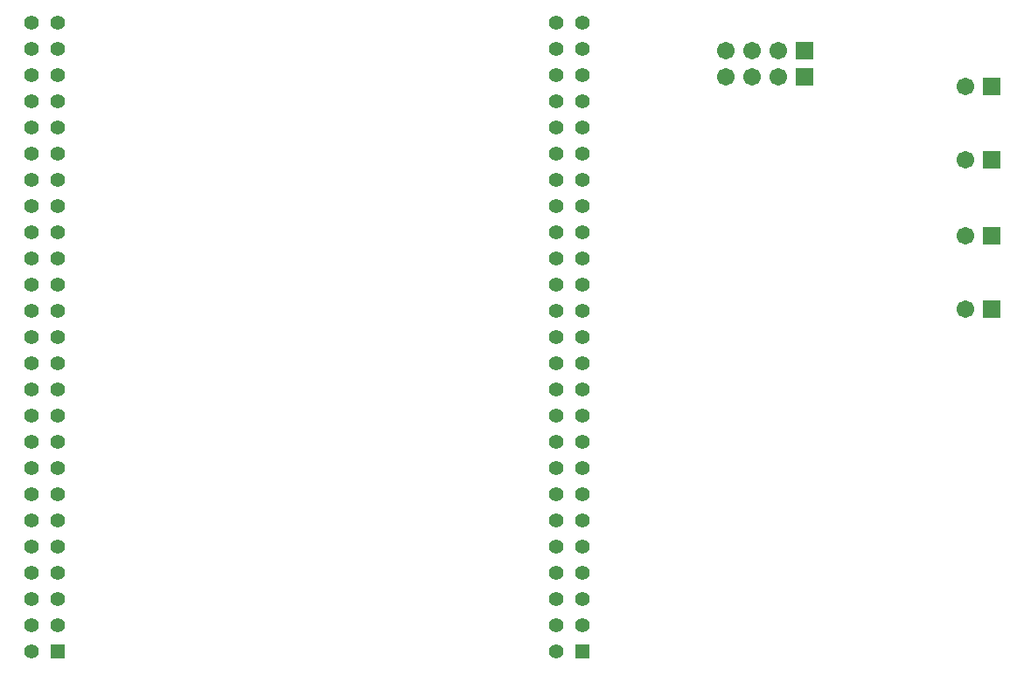
<source format=gbs>
G04*
G04 #@! TF.GenerationSoftware,Altium Limited,Altium NEXUS,1.1.6 (48)*
G04*
G04 Layer_Color=16711935*
%FSLAX25Y25*%
%MOIN*%
G70*
G01*
G75*
%ADD17C,0.05525*%
%ADD18O,0.05524X0.05525*%
%ADD19R,0.05525X0.05525*%
%ADD20C,0.06706*%
%ADD21R,0.06706X0.06706*%
D17*
X1021504Y390565D02*
D03*
X1031504D02*
D03*
X1021504Y380565D02*
D03*
X1031504D02*
D03*
X1021504Y370565D02*
D03*
X1031504D02*
D03*
X1021504Y360565D02*
D03*
X1031504D02*
D03*
X1021504Y350565D02*
D03*
X1031504D02*
D03*
X1021504Y340565D02*
D03*
X1031504D02*
D03*
X1021504Y330565D02*
D03*
X1031504D02*
D03*
X1021504Y320565D02*
D03*
X1031504D02*
D03*
X1021504Y310565D02*
D03*
X1031504D02*
D03*
X1021504Y300565D02*
D03*
X1031504D02*
D03*
X1021504Y290565D02*
D03*
X1031504D02*
D03*
X1021504Y280565D02*
D03*
X1031504D02*
D03*
X1021504Y270565D02*
D03*
Y260565D02*
D03*
X1031504D02*
D03*
X1021504Y250565D02*
D03*
X1031504D02*
D03*
X1021504Y240565D02*
D03*
X1031504D02*
D03*
X1021504Y230565D02*
D03*
X1031504D02*
D03*
X1021504Y220565D02*
D03*
X1031504D02*
D03*
X1021504Y210565D02*
D03*
X1031504D02*
D03*
X1021504Y200565D02*
D03*
X1031504D02*
D03*
X1021504Y190565D02*
D03*
X1031504D02*
D03*
X1021504Y180565D02*
D03*
X1031504D02*
D03*
X1021504Y170565D02*
D03*
X1031504D02*
D03*
X1021504Y160565D02*
D03*
X1031504D02*
D03*
X1021504Y150565D02*
D03*
X821504D02*
D03*
X831504Y160565D02*
D03*
X821504D02*
D03*
X831504Y170565D02*
D03*
X821504D02*
D03*
X831504Y180565D02*
D03*
X821504D02*
D03*
X831504Y190565D02*
D03*
X821504D02*
D03*
X831504Y200565D02*
D03*
X821504D02*
D03*
X831504Y210565D02*
D03*
X821504D02*
D03*
X831504Y220565D02*
D03*
X821504D02*
D03*
X831504Y230565D02*
D03*
X821504D02*
D03*
X831504Y240565D02*
D03*
X821504D02*
D03*
X831504Y250565D02*
D03*
X821504D02*
D03*
X831504Y260565D02*
D03*
X821504D02*
D03*
X831504Y270565D02*
D03*
X821504D02*
D03*
X831504Y280565D02*
D03*
X821504D02*
D03*
X831504Y290565D02*
D03*
X821504D02*
D03*
X831504Y300565D02*
D03*
X821504D02*
D03*
X831504Y310565D02*
D03*
X821504D02*
D03*
X831504Y320565D02*
D03*
X821504D02*
D03*
X831504Y330565D02*
D03*
X821504D02*
D03*
X831504Y340565D02*
D03*
X821504D02*
D03*
X831504Y350565D02*
D03*
X821504D02*
D03*
X831504Y360565D02*
D03*
X821504D02*
D03*
X831504Y370565D02*
D03*
X821504D02*
D03*
X831504Y380565D02*
D03*
X821504D02*
D03*
X831504Y390565D02*
D03*
X821504D02*
D03*
D18*
X1031504Y270565D02*
D03*
D19*
Y150565D02*
D03*
X831504D02*
D03*
D20*
X1086228Y379837D02*
D03*
X1096228D02*
D03*
X1106228D02*
D03*
Y369837D02*
D03*
X1096228D02*
D03*
X1086228D02*
D03*
X1177323Y338484D02*
D03*
Y366437D02*
D03*
Y281201D02*
D03*
Y309252D02*
D03*
D21*
X1116228Y379837D02*
D03*
Y369837D02*
D03*
X1187323Y338484D02*
D03*
Y366437D02*
D03*
Y281201D02*
D03*
Y309252D02*
D03*
M02*

</source>
